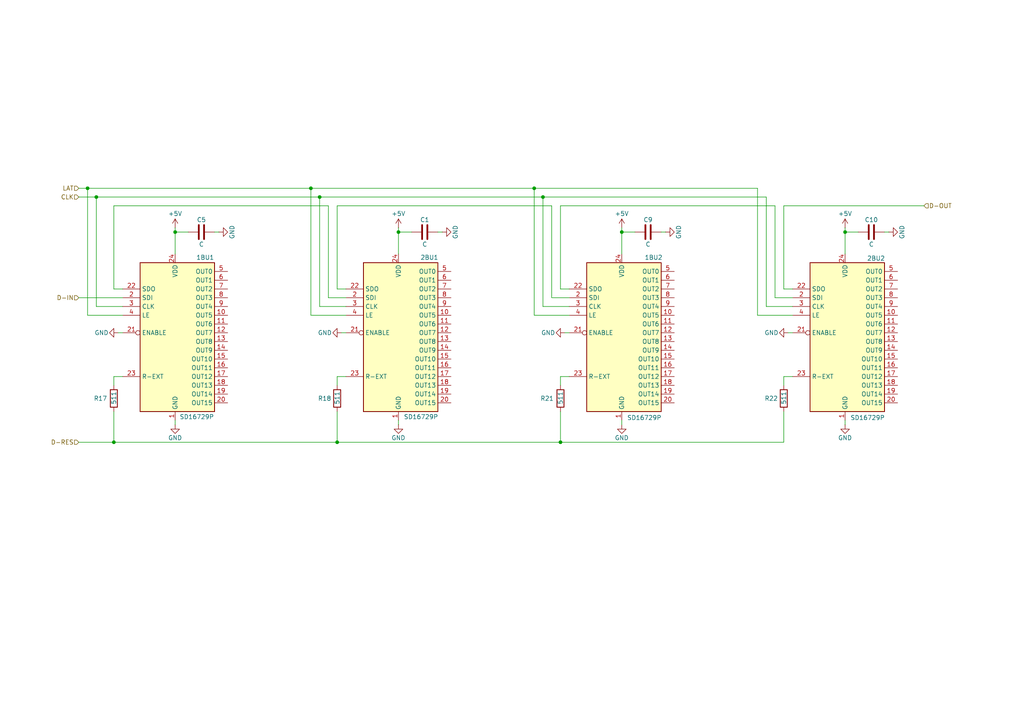
<source format=kicad_sch>
(kicad_sch
	(version 20231120)
	(generator "eeschema")
	(generator_version "8.0")
	(uuid "457e5081-8656-4fae-9c92-221d8bedcbb0")
	(paper "A4")
	(title_block
		(title "BLUE COLUMN BUFFERS")
		(date "2025-03-24")
		(rev "2009-06-20")
		(comment 1 "SEETOP-PH12-(1/4)4N.PCB")
	)
	(lib_symbols
		(symbol "Device:C"
			(pin_numbers hide)
			(pin_names
				(offset 0.254)
			)
			(exclude_from_sim no)
			(in_bom yes)
			(on_board yes)
			(property "Reference" "C"
				(at 0.635 2.54 0)
				(effects
					(font
						(size 1.27 1.27)
					)
					(justify left)
				)
			)
			(property "Value" "C"
				(at 0.635 -2.54 0)
				(effects
					(font
						(size 1.27 1.27)
					)
					(justify left)
				)
			)
			(property "Footprint" ""
				(at 0.9652 -3.81 0)
				(effects
					(font
						(size 1.27 1.27)
					)
					(hide yes)
				)
			)
			(property "Datasheet" "~"
				(at 0 0 0)
				(effects
					(font
						(size 1.27 1.27)
					)
					(hide yes)
				)
			)
			(property "Description" "Unpolarized capacitor"
				(at 0 0 0)
				(effects
					(font
						(size 1.27 1.27)
					)
					(hide yes)
				)
			)
			(property "ki_keywords" "cap capacitor"
				(at 0 0 0)
				(effects
					(font
						(size 1.27 1.27)
					)
					(hide yes)
				)
			)
			(property "ki_fp_filters" "C_*"
				(at 0 0 0)
				(effects
					(font
						(size 1.27 1.27)
					)
					(hide yes)
				)
			)
			(symbol "C_0_1"
				(polyline
					(pts
						(xy -2.032 -0.762) (xy 2.032 -0.762)
					)
					(stroke
						(width 0.508)
						(type default)
					)
					(fill
						(type none)
					)
				)
				(polyline
					(pts
						(xy -2.032 0.762) (xy 2.032 0.762)
					)
					(stroke
						(width 0.508)
						(type default)
					)
					(fill
						(type none)
					)
				)
			)
			(symbol "C_1_1"
				(pin passive line
					(at 0 3.81 270)
					(length 2.794)
					(name "~"
						(effects
							(font
								(size 1.27 1.27)
							)
						)
					)
					(number "1"
						(effects
							(font
								(size 1.27 1.27)
							)
						)
					)
				)
				(pin passive line
					(at 0 -3.81 90)
					(length 2.794)
					(name "~"
						(effects
							(font
								(size 1.27 1.27)
							)
						)
					)
					(number "2"
						(effects
							(font
								(size 1.27 1.27)
							)
						)
					)
				)
			)
		)
		(symbol "Device:R"
			(pin_numbers hide)
			(pin_names
				(offset 0)
			)
			(exclude_from_sim no)
			(in_bom yes)
			(on_board yes)
			(property "Reference" "R"
				(at 2.032 0 90)
				(effects
					(font
						(size 1.27 1.27)
					)
				)
			)
			(property "Value" "R"
				(at 0 0 90)
				(effects
					(font
						(size 1.27 1.27)
					)
				)
			)
			(property "Footprint" ""
				(at -1.778 0 90)
				(effects
					(font
						(size 1.27 1.27)
					)
					(hide yes)
				)
			)
			(property "Datasheet" "~"
				(at 0 0 0)
				(effects
					(font
						(size 1.27 1.27)
					)
					(hide yes)
				)
			)
			(property "Description" "Resistor"
				(at 0 0 0)
				(effects
					(font
						(size 1.27 1.27)
					)
					(hide yes)
				)
			)
			(property "ki_keywords" "R res resistor"
				(at 0 0 0)
				(effects
					(font
						(size 1.27 1.27)
					)
					(hide yes)
				)
			)
			(property "ki_fp_filters" "R_*"
				(at 0 0 0)
				(effects
					(font
						(size 1.27 1.27)
					)
					(hide yes)
				)
			)
			(symbol "R_0_1"
				(rectangle
					(start -1.016 -2.54)
					(end 1.016 2.54)
					(stroke
						(width 0.254)
						(type default)
					)
					(fill
						(type none)
					)
				)
			)
			(symbol "R_1_1"
				(pin passive line
					(at 0 3.81 270)
					(length 1.27)
					(name "~"
						(effects
							(font
								(size 1.27 1.27)
							)
						)
					)
					(number "1"
						(effects
							(font
								(size 1.27 1.27)
							)
						)
					)
				)
				(pin passive line
					(at 0 -3.81 90)
					(length 1.27)
					(name "~"
						(effects
							(font
								(size 1.27 1.27)
							)
						)
					)
					(number "2"
						(effects
							(font
								(size 1.27 1.27)
							)
						)
					)
				)
			)
		)
		(symbol "power:+5V"
			(power)
			(pin_numbers hide)
			(pin_names
				(offset 0) hide)
			(exclude_from_sim no)
			(in_bom yes)
			(on_board yes)
			(property "Reference" "#PWR"
				(at 0 -3.81 0)
				(effects
					(font
						(size 1.27 1.27)
					)
					(hide yes)
				)
			)
			(property "Value" "+5V"
				(at 0 3.556 0)
				(effects
					(font
						(size 1.27 1.27)
					)
				)
			)
			(property "Footprint" ""
				(at 0 0 0)
				(effects
					(font
						(size 1.27 1.27)
					)
					(hide yes)
				)
			)
			(property "Datasheet" ""
				(at 0 0 0)
				(effects
					(font
						(size 1.27 1.27)
					)
					(hide yes)
				)
			)
			(property "Description" "Power symbol creates a global label with name \"+5V\""
				(at 0 0 0)
				(effects
					(font
						(size 1.27 1.27)
					)
					(hide yes)
				)
			)
			(property "ki_keywords" "global power"
				(at 0 0 0)
				(effects
					(font
						(size 1.27 1.27)
					)
					(hide yes)
				)
			)
			(symbol "+5V_0_1"
				(polyline
					(pts
						(xy -0.762 1.27) (xy 0 2.54)
					)
					(stroke
						(width 0)
						(type default)
					)
					(fill
						(type none)
					)
				)
				(polyline
					(pts
						(xy 0 0) (xy 0 2.54)
					)
					(stroke
						(width 0)
						(type default)
					)
					(fill
						(type none)
					)
				)
				(polyline
					(pts
						(xy 0 2.54) (xy 0.762 1.27)
					)
					(stroke
						(width 0)
						(type default)
					)
					(fill
						(type none)
					)
				)
			)
			(symbol "+5V_1_1"
				(pin power_in line
					(at 0 0 90)
					(length 0)
					(name "~"
						(effects
							(font
								(size 1.27 1.27)
							)
						)
					)
					(number "1"
						(effects
							(font
								(size 1.27 1.27)
							)
						)
					)
				)
			)
		)
		(symbol "power:GND"
			(power)
			(pin_numbers hide)
			(pin_names
				(offset 0) hide)
			(exclude_from_sim no)
			(in_bom yes)
			(on_board yes)
			(property "Reference" "#PWR"
				(at 0 -6.35 0)
				(effects
					(font
						(size 1.27 1.27)
					)
					(hide yes)
				)
			)
			(property "Value" "GND"
				(at 0 -3.81 0)
				(effects
					(font
						(size 1.27 1.27)
					)
				)
			)
			(property "Footprint" ""
				(at 0 0 0)
				(effects
					(font
						(size 1.27 1.27)
					)
					(hide yes)
				)
			)
			(property "Datasheet" ""
				(at 0 0 0)
				(effects
					(font
						(size 1.27 1.27)
					)
					(hide yes)
				)
			)
			(property "Description" "Power symbol creates a global label with name \"GND\" , ground"
				(at 0 0 0)
				(effects
					(font
						(size 1.27 1.27)
					)
					(hide yes)
				)
			)
			(property "ki_keywords" "global power"
				(at 0 0 0)
				(effects
					(font
						(size 1.27 1.27)
					)
					(hide yes)
				)
			)
			(symbol "GND_0_1"
				(polyline
					(pts
						(xy 0 0) (xy 0 -1.27) (xy 1.27 -1.27) (xy 0 -2.54) (xy -1.27 -1.27) (xy 0 -1.27)
					)
					(stroke
						(width 0)
						(type default)
					)
					(fill
						(type none)
					)
				)
			)
			(symbol "GND_1_1"
				(pin power_in line
					(at 0 0 270)
					(length 0)
					(name "~"
						(effects
							(font
								(size 1.27 1.27)
							)
						)
					)
					(number "1"
						(effects
							(font
								(size 1.27 1.27)
							)
						)
					)
				)
			)
		)
		(symbol "private:SD16729P"
			(exclude_from_sim no)
			(in_bom yes)
			(on_board yes)
			(property "Reference" "U1"
				(at 7.874 21.59 0)
				(effects
					(font
						(size 1.27 1.27)
					)
					(justify left)
				)
			)
			(property "Value" "SD16729P"
				(at 1.778 -24.384 0)
				(effects
					(font
						(size 1.27 1.27)
					)
					(justify left)
				)
			)
			(property "Footprint" "Package_SO:QSOP-24_3.9x8.7mm_P0.635mm"
				(at 0.635 -24.765 0)
				(effects
					(font
						(size 1.27 1.27)
					)
					(justify left)
					(hide yes)
				)
			)
			(property "Datasheet" ""
				(at -10.16 17.78 0)
				(effects
					(font
						(size 1.27 1.27)
					)
					(hide yes)
				)
			)
			(property "Description" "16-channel LED driver with error detection, current gain control and 12/16 bit PWM brightness control, QSOP-24"
				(at -0.254 -3.556 0)
				(effects
					(font
						(size 1.27 1.27)
					)
					(hide yes)
				)
			)
			(property "ki_keywords" "PWM LED driver error detection brightness QSOP-24"
				(at 0 0 0)
				(effects
					(font
						(size 1.27 1.27)
					)
					(hide yes)
				)
			)
			(property "ki_fp_filters" "QSOP*3.9x8.7mm*P0.635mm*"
				(at 0 0 0)
				(effects
					(font
						(size 1.27 1.27)
					)
					(hide yes)
				)
			)
			(symbol "SD16729P_0_1"
				(rectangle
					(start -10.16 20.32)
					(end 11.43 -22.86)
					(stroke
						(width 0.254)
						(type default)
					)
					(fill
						(type background)
					)
				)
			)
			(symbol "SD16729P_1_1"
				(pin power_in line
					(at 0 -25.4 90)
					(length 2.54)
					(name "GND"
						(effects
							(font
								(size 1.27 1.27)
							)
						)
					)
					(number "1"
						(effects
							(font
								(size 1.27 1.27)
							)
						)
					)
				)
				(pin output line
					(at 15.24 5.08 180)
					(length 3.81)
					(name "OUT5"
						(effects
							(font
								(size 1.27 1.27)
							)
						)
					)
					(number "10"
						(effects
							(font
								(size 1.27 1.27)
							)
						)
					)
				)
				(pin output line
					(at 15.24 2.54 180)
					(length 3.81)
					(name "OUT6"
						(effects
							(font
								(size 1.27 1.27)
							)
						)
					)
					(number "11"
						(effects
							(font
								(size 1.27 1.27)
							)
						)
					)
				)
				(pin output line
					(at 15.24 0 180)
					(length 3.81)
					(name "OUT7"
						(effects
							(font
								(size 1.27 1.27)
							)
						)
					)
					(number "12"
						(effects
							(font
								(size 1.27 1.27)
							)
						)
					)
				)
				(pin output line
					(at 15.24 -2.54 180)
					(length 3.81)
					(name "OUT8"
						(effects
							(font
								(size 1.27 1.27)
							)
						)
					)
					(number "13"
						(effects
							(font
								(size 1.27 1.27)
							)
						)
					)
				)
				(pin output line
					(at 15.24 -5.08 180)
					(length 3.81)
					(name "OUT9"
						(effects
							(font
								(size 1.27 1.27)
							)
						)
					)
					(number "14"
						(effects
							(font
								(size 1.27 1.27)
							)
						)
					)
				)
				(pin output line
					(at 15.24 -7.62 180)
					(length 3.81)
					(name "OUT10"
						(effects
							(font
								(size 1.27 1.27)
							)
						)
					)
					(number "15"
						(effects
							(font
								(size 1.27 1.27)
							)
						)
					)
				)
				(pin output line
					(at 15.24 -10.16 180)
					(length 3.81)
					(name "OUT11"
						(effects
							(font
								(size 1.27 1.27)
							)
						)
					)
					(number "16"
						(effects
							(font
								(size 1.27 1.27)
							)
						)
					)
				)
				(pin output line
					(at 15.24 -12.7 180)
					(length 3.81)
					(name "OUT12"
						(effects
							(font
								(size 1.27 1.27)
							)
						)
					)
					(number "17"
						(effects
							(font
								(size 1.27 1.27)
							)
						)
					)
				)
				(pin output line
					(at 15.24 -15.24 180)
					(length 3.81)
					(name "OUT13"
						(effects
							(font
								(size 1.27 1.27)
							)
						)
					)
					(number "18"
						(effects
							(font
								(size 1.27 1.27)
							)
						)
					)
				)
				(pin output line
					(at 15.24 -17.78 180)
					(length 3.81)
					(name "OUT14"
						(effects
							(font
								(size 1.27 1.27)
							)
						)
					)
					(number "19"
						(effects
							(font
								(size 1.27 1.27)
							)
						)
					)
				)
				(pin input line
					(at -15.24 10.16 0)
					(length 5.08)
					(name "SDI"
						(effects
							(font
								(size 1.27 1.27)
							)
						)
					)
					(number "2"
						(effects
							(font
								(size 1.27 1.27)
							)
						)
					)
				)
				(pin output line
					(at 15.24 -20.32 180)
					(length 3.81)
					(name "OUT15"
						(effects
							(font
								(size 1.27 1.27)
							)
						)
					)
					(number "20"
						(effects
							(font
								(size 1.27 1.27)
							)
						)
					)
				)
				(pin input inverted
					(at -15.24 0 0)
					(length 5.08)
					(name "ENABLE"
						(effects
							(font
								(size 1.27 1.27)
							)
						)
					)
					(number "21"
						(effects
							(font
								(size 1.27 1.27)
							)
						)
					)
				)
				(pin output line
					(at -15.24 12.7 0)
					(length 5.08)
					(name "SDO"
						(effects
							(font
								(size 1.27 1.27)
							)
						)
					)
					(number "22"
						(effects
							(font
								(size 1.27 1.27)
							)
						)
					)
				)
				(pin passive line
					(at -15.24 -12.7 0)
					(length 5.08)
					(name "R-EXT"
						(effects
							(font
								(size 1.27 1.27)
							)
						)
					)
					(number "23"
						(effects
							(font
								(size 1.27 1.27)
							)
						)
					)
				)
				(pin power_in line
					(at 0 22.86 270)
					(length 2.54)
					(name "VDD"
						(effects
							(font
								(size 1.27 1.27)
							)
						)
					)
					(number "24"
						(effects
							(font
								(size 1.27 1.27)
							)
						)
					)
				)
				(pin input line
					(at -15.24 7.62 0)
					(length 5.08)
					(name "CLK"
						(effects
							(font
								(size 1.27 1.27)
							)
						)
					)
					(number "3"
						(effects
							(font
								(size 1.27 1.27)
							)
						)
					)
				)
				(pin input line
					(at -15.24 5.08 0)
					(length 5.08)
					(name "LE"
						(effects
							(font
								(size 1.27 1.27)
							)
						)
					)
					(number "4"
						(effects
							(font
								(size 1.27 1.27)
							)
						)
					)
				)
				(pin output line
					(at 15.24 17.78 180)
					(length 3.81)
					(name "OUT0"
						(effects
							(font
								(size 1.27 1.27)
							)
						)
					)
					(number "5"
						(effects
							(font
								(size 1.27 1.27)
							)
						)
					)
				)
				(pin output line
					(at 15.24 15.24 180)
					(length 3.81)
					(name "OUT1"
						(effects
							(font
								(size 1.27 1.27)
							)
						)
					)
					(number "6"
						(effects
							(font
								(size 1.27 1.27)
							)
						)
					)
				)
				(pin output line
					(at 15.24 12.7 180)
					(length 3.81)
					(name "OUT2"
						(effects
							(font
								(size 1.27 1.27)
							)
						)
					)
					(number "7"
						(effects
							(font
								(size 1.27 1.27)
							)
						)
					)
				)
				(pin output line
					(at 15.24 10.16 180)
					(length 3.81)
					(name "OUT3"
						(effects
							(font
								(size 1.27 1.27)
							)
						)
					)
					(number "8"
						(effects
							(font
								(size 1.27 1.27)
							)
						)
					)
				)
				(pin output line
					(at 15.24 7.62 180)
					(length 3.81)
					(name "OUT4"
						(effects
							(font
								(size 1.27 1.27)
							)
						)
					)
					(number "9"
						(effects
							(font
								(size 1.27 1.27)
							)
						)
					)
				)
			)
		)
	)
	(junction
		(at 162.56 128.27)
		(diameter 0)
		(color 0 0 0 0)
		(uuid "01c456f3-47e9-4ea4-84be-06a4a6095d8c")
	)
	(junction
		(at 97.79 128.27)
		(diameter 0)
		(color 0 0 0 0)
		(uuid "45be33dd-61b4-4141-b154-a4f55e7c1ee9")
	)
	(junction
		(at 25.4 54.61)
		(diameter 0)
		(color 0 0 0 0)
		(uuid "532239ee-012b-4c1d-a530-0b33feaec582")
	)
	(junction
		(at 157.48 57.15)
		(diameter 0)
		(color 0 0 0 0)
		(uuid "5df89d42-62bc-4c0c-844b-2a32922a6b25")
	)
	(junction
		(at 90.17 54.61)
		(diameter 0)
		(color 0 0 0 0)
		(uuid "689d6d3c-41c9-449e-a8f2-6b1a175e13ac")
	)
	(junction
		(at 33.02 128.27)
		(diameter 0)
		(color 0 0 0 0)
		(uuid "81bed604-ec81-4339-87c6-aefd56047458")
	)
	(junction
		(at 92.71 57.15)
		(diameter 0)
		(color 0 0 0 0)
		(uuid "a5d4384c-9e3e-4843-8483-7bb776a4a48e")
	)
	(junction
		(at 115.57 67.31)
		(diameter 0)
		(color 0 0 0 0)
		(uuid "c144aa10-b1f7-45ab-9fc6-25440ab60673")
	)
	(junction
		(at 180.34 67.31)
		(diameter 0)
		(color 0 0 0 0)
		(uuid "c5041acd-9f69-48eb-bcee-76433fb96acf")
	)
	(junction
		(at 50.8 67.31)
		(diameter 0)
		(color 0 0 0 0)
		(uuid "c9ea1fed-59b3-45db-be1a-86b425a2f9d0")
	)
	(junction
		(at 154.94 54.61)
		(diameter 0)
		(color 0 0 0 0)
		(uuid "ccb97d6c-2715-4724-8a9a-fdfab6ced0d5")
	)
	(junction
		(at 245.11 67.31)
		(diameter 0)
		(color 0 0 0 0)
		(uuid "e79976d9-29d4-4a81-b4d0-105f55320031")
	)
	(junction
		(at 27.94 57.15)
		(diameter 0)
		(color 0 0 0 0)
		(uuid "fb1702c9-8104-4180-9d92-4f32c1ff46e6")
	)
	(wire
		(pts
			(xy 100.33 109.22) (xy 97.79 109.22)
		)
		(stroke
			(width 0)
			(type default)
		)
		(uuid "0067b01e-0128-445b-a5b4-8dff38798fa4")
	)
	(wire
		(pts
			(xy 62.23 67.31) (xy 63.5 67.31)
		)
		(stroke
			(width 0)
			(type default)
		)
		(uuid "01d9b3ce-af2d-4cf1-b075-81fc6d39e23c")
	)
	(wire
		(pts
			(xy 180.34 67.31) (xy 180.34 73.66)
		)
		(stroke
			(width 0)
			(type default)
		)
		(uuid "02e4a14d-2945-4f33-bf2c-b926d2e9a6d0")
	)
	(wire
		(pts
			(xy 245.11 67.31) (xy 248.92 67.31)
		)
		(stroke
			(width 0)
			(type default)
		)
		(uuid "04c2278f-3ae3-490a-95eb-9c741f853bc7")
	)
	(wire
		(pts
			(xy 227.33 109.22) (xy 227.33 111.76)
		)
		(stroke
			(width 0)
			(type default)
		)
		(uuid "0681e8f3-d16d-4a64-a33a-b319079ead96")
	)
	(wire
		(pts
			(xy 22.86 128.27) (xy 33.02 128.27)
		)
		(stroke
			(width 0)
			(type default)
		)
		(uuid "09de5e43-2324-4235-97c0-7fd38a900d55")
	)
	(wire
		(pts
			(xy 160.02 86.36) (xy 160.02 59.69)
		)
		(stroke
			(width 0)
			(type default)
		)
		(uuid "0be0430a-b514-4bcb-b928-0fe55e280da2")
	)
	(wire
		(pts
			(xy 27.94 57.15) (xy 92.71 57.15)
		)
		(stroke
			(width 0)
			(type default)
		)
		(uuid "0e932504-e456-4498-a80d-de6edf9b9abc")
	)
	(wire
		(pts
			(xy 50.8 67.31) (xy 50.8 73.66)
		)
		(stroke
			(width 0)
			(type default)
		)
		(uuid "0ef5155a-eb0d-48fe-8324-dfa63dd37d4f")
	)
	(wire
		(pts
			(xy 92.71 57.15) (xy 92.71 88.9)
		)
		(stroke
			(width 0)
			(type default)
		)
		(uuid "1007f768-b8f2-4fbc-a492-bf25b0c0dddf")
	)
	(wire
		(pts
			(xy 224.79 59.69) (xy 162.56 59.69)
		)
		(stroke
			(width 0)
			(type default)
		)
		(uuid "10152ac8-067f-4adc-82c8-e243ffea9454")
	)
	(wire
		(pts
			(xy 115.57 121.92) (xy 115.57 123.19)
		)
		(stroke
			(width 0)
			(type default)
		)
		(uuid "13324b24-10d3-4b58-95a0-46d0dcee4418")
	)
	(wire
		(pts
			(xy 33.02 59.69) (xy 33.02 83.82)
		)
		(stroke
			(width 0)
			(type default)
		)
		(uuid "1af1f8ab-bb35-477b-86e9-45bf5855aa44")
	)
	(wire
		(pts
			(xy 50.8 67.31) (xy 54.61 67.31)
		)
		(stroke
			(width 0)
			(type default)
		)
		(uuid "1b0f44c3-5cf2-4a43-b8a1-3c17f9ebcc9a")
	)
	(wire
		(pts
			(xy 35.56 109.22) (xy 33.02 109.22)
		)
		(stroke
			(width 0)
			(type default)
		)
		(uuid "1e818e78-8d36-463a-aa24-a724a903c890")
	)
	(wire
		(pts
			(xy 162.56 109.22) (xy 162.56 111.76)
		)
		(stroke
			(width 0)
			(type default)
		)
		(uuid "1fff6286-c489-46e1-8450-38218fc65690")
	)
	(wire
		(pts
			(xy 92.71 88.9) (xy 100.33 88.9)
		)
		(stroke
			(width 0)
			(type default)
		)
		(uuid "21eeaa91-52a0-4cef-9ee8-2c206af1dffa")
	)
	(wire
		(pts
			(xy 100.33 91.44) (xy 90.17 91.44)
		)
		(stroke
			(width 0)
			(type default)
		)
		(uuid "227475d0-d892-4c8f-b09c-1b3f6070f913")
	)
	(wire
		(pts
			(xy 162.56 119.38) (xy 162.56 128.27)
		)
		(stroke
			(width 0)
			(type default)
		)
		(uuid "385cf671-e5d3-45d9-90e9-83c441168e0e")
	)
	(wire
		(pts
			(xy 33.02 83.82) (xy 35.56 83.82)
		)
		(stroke
			(width 0)
			(type default)
		)
		(uuid "3d287724-4af2-4a32-9f10-2af443e82974")
	)
	(wire
		(pts
			(xy 127 67.31) (xy 128.27 67.31)
		)
		(stroke
			(width 0)
			(type default)
		)
		(uuid "4147f81e-0004-4e80-aee1-4098e21cc021")
	)
	(wire
		(pts
			(xy 115.57 67.31) (xy 119.38 67.31)
		)
		(stroke
			(width 0)
			(type default)
		)
		(uuid "457df145-9198-42c3-8e63-c9eead111847")
	)
	(wire
		(pts
			(xy 97.79 83.82) (xy 100.33 83.82)
		)
		(stroke
			(width 0)
			(type default)
		)
		(uuid "47d465c9-d455-4ed0-a936-0db8da21d52f")
	)
	(wire
		(pts
			(xy 228.6 96.52) (xy 229.87 96.52)
		)
		(stroke
			(width 0)
			(type default)
		)
		(uuid "48a464aa-5835-4e46-b765-398279840db9")
	)
	(wire
		(pts
			(xy 33.02 109.22) (xy 33.02 111.76)
		)
		(stroke
			(width 0)
			(type default)
		)
		(uuid "4e5f0dba-4f39-4c75-b177-774ce055d41c")
	)
	(wire
		(pts
			(xy 227.33 83.82) (xy 227.33 59.69)
		)
		(stroke
			(width 0)
			(type default)
		)
		(uuid "4ebb5e2a-bfa4-450c-85c4-a276896ed37d")
	)
	(wire
		(pts
			(xy 22.86 86.36) (xy 35.56 86.36)
		)
		(stroke
			(width 0)
			(type default)
		)
		(uuid "5639c865-06d0-417d-a127-5a6e725e9fb3")
	)
	(wire
		(pts
			(xy 154.94 54.61) (xy 219.71 54.61)
		)
		(stroke
			(width 0)
			(type default)
		)
		(uuid "59703b7a-1fd0-431e-86bf-115f6a323d28")
	)
	(wire
		(pts
			(xy 22.86 54.61) (xy 25.4 54.61)
		)
		(stroke
			(width 0)
			(type default)
		)
		(uuid "5bf92305-06c0-4b6a-976d-171e960fc54d")
	)
	(wire
		(pts
			(xy 97.79 109.22) (xy 97.79 111.76)
		)
		(stroke
			(width 0)
			(type default)
		)
		(uuid "5e2fb21c-5f60-4f7a-b1f7-e0d94f6eeb1f")
	)
	(wire
		(pts
			(xy 99.06 96.52) (xy 100.33 96.52)
		)
		(stroke
			(width 0)
			(type default)
		)
		(uuid "5ebf4587-877a-4154-90a5-8e87cafd0761")
	)
	(wire
		(pts
			(xy 180.34 67.31) (xy 184.15 67.31)
		)
		(stroke
			(width 0)
			(type default)
		)
		(uuid "60b9c713-75dc-4650-9402-5e9142d06993")
	)
	(wire
		(pts
			(xy 90.17 54.61) (xy 90.17 91.44)
		)
		(stroke
			(width 0)
			(type default)
		)
		(uuid "67a25bd9-2bb3-4d90-83ae-2bfc475197c0")
	)
	(wire
		(pts
			(xy 163.83 96.52) (xy 165.1 96.52)
		)
		(stroke
			(width 0)
			(type default)
		)
		(uuid "6f819a64-ed10-4666-8c44-0e39717329e7")
	)
	(wire
		(pts
			(xy 162.56 83.82) (xy 165.1 83.82)
		)
		(stroke
			(width 0)
			(type default)
		)
		(uuid "71a1c44c-f9fe-4a62-bb53-e30c831342be")
	)
	(wire
		(pts
			(xy 219.71 54.61) (xy 219.71 91.44)
		)
		(stroke
			(width 0)
			(type default)
		)
		(uuid "74b356d9-8145-4c70-a5eb-4a3ea0b5e6a1")
	)
	(wire
		(pts
			(xy 219.71 91.44) (xy 229.87 91.44)
		)
		(stroke
			(width 0)
			(type default)
		)
		(uuid "79b5402c-9c68-4d9c-b6b4-db0f7f217539")
	)
	(wire
		(pts
			(xy 92.71 57.15) (xy 157.48 57.15)
		)
		(stroke
			(width 0)
			(type default)
		)
		(uuid "814099be-1089-48ab-8da1-258b4a71347e")
	)
	(wire
		(pts
			(xy 35.56 88.9) (xy 27.94 88.9)
		)
		(stroke
			(width 0)
			(type default)
		)
		(uuid "820a594c-dc89-463d-92b7-6bdb8613ef47")
	)
	(wire
		(pts
			(xy 227.33 59.69) (xy 267.97 59.69)
		)
		(stroke
			(width 0)
			(type default)
		)
		(uuid "86f511f7-4538-4a8f-b585-805bd6ffcd92")
	)
	(wire
		(pts
			(xy 160.02 59.69) (xy 97.79 59.69)
		)
		(stroke
			(width 0)
			(type default)
		)
		(uuid "8895e666-4b17-473d-87b3-309ce7634f90")
	)
	(wire
		(pts
			(xy 180.34 66.04) (xy 180.34 67.31)
		)
		(stroke
			(width 0)
			(type default)
		)
		(uuid "8985ad8d-bbd8-4156-a559-ca9fdeae5ebf")
	)
	(wire
		(pts
			(xy 35.56 91.44) (xy 25.4 91.44)
		)
		(stroke
			(width 0)
			(type default)
		)
		(uuid "8c842ca8-0edf-427e-8856-2b7d63fc147f")
	)
	(wire
		(pts
			(xy 165.1 109.22) (xy 162.56 109.22)
		)
		(stroke
			(width 0)
			(type default)
		)
		(uuid "8d81f703-c7a6-4640-a254-35cdd56f5adf")
	)
	(wire
		(pts
			(xy 222.25 88.9) (xy 229.87 88.9)
		)
		(stroke
			(width 0)
			(type default)
		)
		(uuid "8e99fef6-03e0-4018-a186-eba867b91111")
	)
	(wire
		(pts
			(xy 157.48 57.15) (xy 222.25 57.15)
		)
		(stroke
			(width 0)
			(type default)
		)
		(uuid "8ffb092c-50d1-4ef6-95f4-60c5309fe9ff")
	)
	(wire
		(pts
			(xy 229.87 83.82) (xy 227.33 83.82)
		)
		(stroke
			(width 0)
			(type default)
		)
		(uuid "9500751d-badc-48f0-a6e0-a9c6f7d0c95f")
	)
	(wire
		(pts
			(xy 100.33 86.36) (xy 95.25 86.36)
		)
		(stroke
			(width 0)
			(type default)
		)
		(uuid "9ba077e1-0eb1-40ff-b648-3823f8624426")
	)
	(wire
		(pts
			(xy 33.02 128.27) (xy 97.79 128.27)
		)
		(stroke
			(width 0)
			(type default)
		)
		(uuid "a19f65c9-b180-4a72-8777-d33b2fcc1c65")
	)
	(wire
		(pts
			(xy 25.4 54.61) (xy 25.4 91.44)
		)
		(stroke
			(width 0)
			(type default)
		)
		(uuid "a2760ec4-3ed5-46fe-993c-1b4ca4a094aa")
	)
	(wire
		(pts
			(xy 162.56 128.27) (xy 227.33 128.27)
		)
		(stroke
			(width 0)
			(type default)
		)
		(uuid "a60b0587-ba72-46c4-80ce-b7ce2f6e39c6")
	)
	(wire
		(pts
			(xy 180.34 121.92) (xy 180.34 123.19)
		)
		(stroke
			(width 0)
			(type default)
		)
		(uuid "a76c6ed3-fcb9-43a4-8d76-2359751ac627")
	)
	(wire
		(pts
			(xy 25.4 54.61) (xy 90.17 54.61)
		)
		(stroke
			(width 0)
			(type default)
		)
		(uuid "ab31ee04-8391-4d65-8974-86db56447af9")
	)
	(wire
		(pts
			(xy 224.79 86.36) (xy 224.79 59.69)
		)
		(stroke
			(width 0)
			(type default)
		)
		(uuid "ac7a2c1a-589c-459b-b383-1326068a96e9")
	)
	(wire
		(pts
			(xy 90.17 54.61) (xy 154.94 54.61)
		)
		(stroke
			(width 0)
			(type default)
		)
		(uuid "b21f784b-e514-45f1-a192-5a62015b43e6")
	)
	(wire
		(pts
			(xy 229.87 86.36) (xy 224.79 86.36)
		)
		(stroke
			(width 0)
			(type default)
		)
		(uuid "b3e5c416-a135-4a34-8f7c-5a66d59228a0")
	)
	(wire
		(pts
			(xy 154.94 54.61) (xy 154.94 91.44)
		)
		(stroke
			(width 0)
			(type default)
		)
		(uuid "b5419b2a-1cdc-40c4-bbf0-b7ee5bc6287f")
	)
	(wire
		(pts
			(xy 97.79 128.27) (xy 162.56 128.27)
		)
		(stroke
			(width 0)
			(type default)
		)
		(uuid "b60f15ca-bbc2-4025-993f-98312b194b3d")
	)
	(wire
		(pts
			(xy 33.02 119.38) (xy 33.02 128.27)
		)
		(stroke
			(width 0)
			(type default)
		)
		(uuid "bae7f480-df3c-4b69-9a45-c83f6d2f43f6")
	)
	(wire
		(pts
			(xy 165.1 86.36) (xy 160.02 86.36)
		)
		(stroke
			(width 0)
			(type default)
		)
		(uuid "bc53abc2-65b0-491b-b5fb-5976f7fbe553")
	)
	(wire
		(pts
			(xy 115.57 66.04) (xy 115.57 67.31)
		)
		(stroke
			(width 0)
			(type default)
		)
		(uuid "bca4c393-235f-4b72-aed4-03258bfdbe23")
	)
	(wire
		(pts
			(xy 27.94 57.15) (xy 27.94 88.9)
		)
		(stroke
			(width 0)
			(type default)
		)
		(uuid "be5a938e-a35b-4866-843e-12c7eb3b66bd")
	)
	(wire
		(pts
			(xy 34.29 96.52) (xy 35.56 96.52)
		)
		(stroke
			(width 0)
			(type default)
		)
		(uuid "be97e416-d7f5-4ec3-b227-e3d4bfab7e3a")
	)
	(wire
		(pts
			(xy 191.77 67.31) (xy 193.04 67.31)
		)
		(stroke
			(width 0)
			(type default)
		)
		(uuid "c0b869da-eeec-4452-8d0f-7c8954da8128")
	)
	(wire
		(pts
			(xy 115.57 67.31) (xy 115.57 73.66)
		)
		(stroke
			(width 0)
			(type default)
		)
		(uuid "c3e9e697-086a-44f3-9951-491ac239258e")
	)
	(wire
		(pts
			(xy 50.8 66.04) (xy 50.8 67.31)
		)
		(stroke
			(width 0)
			(type default)
		)
		(uuid "c6a24f4b-c440-41a2-8b3e-728756e8a00c")
	)
	(wire
		(pts
			(xy 245.11 66.04) (xy 245.11 67.31)
		)
		(stroke
			(width 0)
			(type default)
		)
		(uuid "c710bffa-58f7-461b-b7c5-6b603cf1ffc2")
	)
	(wire
		(pts
			(xy 95.25 86.36) (xy 95.25 59.69)
		)
		(stroke
			(width 0)
			(type default)
		)
		(uuid "ccb9da6b-314c-4274-9e87-8c22e70c7261")
	)
	(wire
		(pts
			(xy 245.11 121.92) (xy 245.11 123.19)
		)
		(stroke
			(width 0)
			(type default)
		)
		(uuid "cda4a030-6c48-4cac-8812-09d371942a40")
	)
	(wire
		(pts
			(xy 22.86 57.15) (xy 27.94 57.15)
		)
		(stroke
			(width 0)
			(type default)
		)
		(uuid "d2b93d77-5050-4e9b-8ecd-3b1fbab35033")
	)
	(wire
		(pts
			(xy 97.79 119.38) (xy 97.79 128.27)
		)
		(stroke
			(width 0)
			(type default)
		)
		(uuid "d3f92099-6a3a-45fd-9ec4-2b8d0188a3b0")
	)
	(wire
		(pts
			(xy 97.79 59.69) (xy 97.79 83.82)
		)
		(stroke
			(width 0)
			(type default)
		)
		(uuid "db7dcf24-e058-4436-9fda-ca7498509f01")
	)
	(wire
		(pts
			(xy 229.87 109.22) (xy 227.33 109.22)
		)
		(stroke
			(width 0)
			(type default)
		)
		(uuid "dd4a55c1-c584-491a-b083-4482bf826f82")
	)
	(wire
		(pts
			(xy 245.11 67.31) (xy 245.11 73.66)
		)
		(stroke
			(width 0)
			(type default)
		)
		(uuid "de91586f-7a6f-4815-89c3-f0d6ac125f01")
	)
	(wire
		(pts
			(xy 222.25 57.15) (xy 222.25 88.9)
		)
		(stroke
			(width 0)
			(type default)
		)
		(uuid "dee7dbc9-6bc8-4868-802a-9e8d16f55064")
	)
	(wire
		(pts
			(xy 157.48 57.15) (xy 157.48 88.9)
		)
		(stroke
			(width 0)
			(type default)
		)
		(uuid "e24442d7-3d63-44cb-8a57-693f68420cc1")
	)
	(wire
		(pts
			(xy 165.1 91.44) (xy 154.94 91.44)
		)
		(stroke
			(width 0)
			(type default)
		)
		(uuid "e8da500b-ae23-4b11-99b9-73f7634a3938")
	)
	(wire
		(pts
			(xy 157.48 88.9) (xy 165.1 88.9)
		)
		(stroke
			(width 0)
			(type default)
		)
		(uuid "e8e3e0d7-62d8-4112-b122-7b4456ca8c2e")
	)
	(wire
		(pts
			(xy 227.33 119.38) (xy 227.33 128.27)
		)
		(stroke
			(width 0)
			(type default)
		)
		(uuid "ee339a8e-59a8-4150-83da-315cb70bee81")
	)
	(wire
		(pts
			(xy 95.25 59.69) (xy 33.02 59.69)
		)
		(stroke
			(width 0)
			(type default)
		)
		(uuid "f4b2518b-6e36-4387-9ca1-fda3c389ebf9")
	)
	(wire
		(pts
			(xy 162.56 59.69) (xy 162.56 83.82)
		)
		(stroke
			(width 0)
			(type default)
		)
		(uuid "f82f514e-7bef-4597-bbd0-2d5ec06d3e0b")
	)
	(wire
		(pts
			(xy 50.8 121.92) (xy 50.8 123.19)
		)
		(stroke
			(width 0)
			(type default)
		)
		(uuid "fce967ca-fb9a-41c2-a51e-a7965ec27841")
	)
	(wire
		(pts
			(xy 256.54 67.31) (xy 257.81 67.31)
		)
		(stroke
			(width 0)
			(type default)
		)
		(uuid "fea52d0c-7553-4245-b2ca-c77237ef8be4")
	)
	(hierarchical_label "CLK"
		(shape input)
		(at 22.86 57.15 180)
		(effects
			(font
				(size 1.27 1.27)
			)
			(justify right)
		)
		(uuid "0d8fc58f-05cf-4716-a5c3-c91c766ab4fb")
	)
	(hierarchical_label "LAT"
		(shape input)
		(at 22.86 54.61 180)
		(effects
			(font
				(size 1.27 1.27)
			)
			(justify right)
		)
		(uuid "6e78071d-85cc-42f0-8d10-dffad3159343")
	)
	(hierarchical_label "D-IN"
		(shape input)
		(at 22.86 86.36 180)
		(effects
			(font
				(size 1.27 1.27)
			)
			(justify right)
		)
		(uuid "97675af1-0744-459a-be4c-7be4a4815be8")
	)
	(hierarchical_label "D-RES"
		(shape input)
		(at 22.86 128.27 180)
		(effects
			(font
				(size 1.27 1.27)
			)
			(justify right)
		)
		(uuid "b693c3ab-0c6b-4322-8dbb-b8bfa574f106")
	)
	(hierarchical_label "D-OUT"
		(shape input)
		(at 267.97 59.69 0)
		(effects
			(font
				(size 1.27 1.27)
			)
			(justify left)
		)
		(uuid "e7fcc5bf-d4a4-4526-9e1f-1ec30ae10945")
	)
	(symbol
		(lib_id "private:SD16729P")
		(at 50.8 96.52 0)
		(unit 1)
		(exclude_from_sim no)
		(in_bom yes)
		(on_board yes)
		(dnp no)
		(uuid "043e5299-3251-4c6a-b6bb-6f13b68a88d7")
		(property "Reference" "1BU1"
			(at 56.896 74.676 0)
			(effects
				(font
					(size 1.27 1.27)
				)
				(justify left)
			)
		)
		(property "Value" "SD16729P"
			(at 52.07 120.904 0)
			(effects
				(font
					(size 1.27 1.27)
				)
				(justify left)
			)
		)
		(property "Footprint" "Package_SO:QSOP-24_3.9x8.7mm_P0.635mm"
			(at 51.435 121.285 0)
			(effects
				(font
					(size 1.27 1.27)
				)
				(justify left)
				(hide yes)
			)
		)
		(property "Datasheet" "https://www.st.com/resource/en/datasheet/led1642gw.pdf"
			(at 40.64 78.74 0)
			(effects
				(font
					(size 1.27 1.27)
				)
				(hide yes)
			)
		)
		(property "Description" "16-channel LED driver with error detection, current gain control and 12/16 bit PWM brightness control, QSOP-24"
			(at 50.546 100.076 0)
			(effects
				(font
					(size 1.27 1.27)
				)
				(hide yes)
			)
		)
		(pin "18"
			(uuid "257460f3-b954-411d-abe7-0d55b436ee44")
		)
		(pin "4"
			(uuid "bd4de6c3-b74b-44a1-910a-fb33d8fe9cda")
		)
		(pin "11"
			(uuid "e59a9b30-1b3c-4e90-aad6-33d60e216aad")
		)
		(pin "22"
			(uuid "722f3b54-c115-4c94-a0ee-7e6357f7e1a4")
		)
		(pin "13"
			(uuid "2c5ac768-5231-49f3-82ff-777b03829d82")
		)
		(pin "17"
			(uuid "c2831f88-36ec-4324-a7c2-82d36ea66c45")
		)
		(pin "16"
			(uuid "22d52709-99d4-4661-acb8-37c449eb2ac0")
		)
		(pin "19"
			(uuid "63d89d7d-cdfa-470a-ab84-685c1e1ec8c3")
		)
		(pin "21"
			(uuid "8a579147-2917-4b5c-9aea-3fab0725a7e7")
		)
		(pin "6"
			(uuid "c0c965e1-8971-4407-b9b3-d381908797e7")
		)
		(pin "14"
			(uuid "1a095c17-e2fa-4d9e-a491-4e86d1d28145")
		)
		(pin "7"
			(uuid "b82dde90-c395-4ac2-aabb-9cc2ddc11b32")
		)
		(pin "9"
			(uuid "58ee4261-40f1-4fa6-9c84-84e4301178f7")
		)
		(pin "24"
			(uuid "65818830-31d9-4afb-bef3-4a9500adb7bd")
		)
		(pin "8"
			(uuid "c4a313ce-c768-4d39-a04a-528b0d756a41")
		)
		(pin "15"
			(uuid "570458ca-8a47-45aa-914b-f71c974ccb9c")
		)
		(pin "23"
			(uuid "a69375ac-4be9-4b38-9e74-895750989634")
		)
		(pin "1"
			(uuid "e5366dd7-5a82-45c2-9271-78b6595457b0")
		)
		(pin "2"
			(uuid "dc727a0d-bbc7-43e3-8a41-207a7a2bffd3")
		)
		(pin "12"
			(uuid "e5b19fa7-ad38-4a0d-ac55-547c815eba90")
		)
		(pin "10"
			(uuid "d9195ebf-9c7d-4e03-816e-9738a1c9282c")
		)
		(pin "20"
			(uuid "4346b6bd-a906-4908-8ed1-31bc0d97d0ba")
		)
		(pin "3"
			(uuid "87b78c3b-8db4-47d2-9df9-85ef8bbb1475")
		)
		(pin "5"
			(uuid "a8b939ee-403d-462a-adb9-6d9f82102213")
		)
		(instances
			(project "SEETOP-PH12"
				(path "/68a8ae38-7cbe-4908-bee0-004819ef8599/ede5e4dc-a8d8-4820-b135-f7f06eac1d37"
					(reference "1BU1")
					(unit 1)
				)
			)
		)
	)
	(symbol
		(lib_id "private:SD16729P")
		(at 115.57 96.52 0)
		(unit 1)
		(exclude_from_sim no)
		(in_bom yes)
		(on_board yes)
		(dnp no)
		(uuid "0c528ab1-4068-45cf-ae9a-6652fe02066a")
		(property "Reference" "2BU1"
			(at 121.92 74.676 0)
			(effects
				(font
					(size 1.27 1.27)
				)
				(justify left)
			)
		)
		(property "Value" "SD16729P"
			(at 117.094 120.904 0)
			(effects
				(font
					(size 1.27 1.27)
				)
				(justify left)
			)
		)
		(property "Footprint" "Package_SO:QSOP-24_3.9x8.7mm_P0.635mm"
			(at 116.205 121.285 0)
			(effects
				(font
					(size 1.27 1.27)
				)
				(justify left)
				(hide yes)
			)
		)
		(property "Datasheet" "https://www.st.com/resource/en/datasheet/led1642gw.pdf"
			(at 105.41 78.74 0)
			(effects
				(font
					(size 1.27 1.27)
				)
				(hide yes)
			)
		)
		(property "Description" "16-channel LED driver with error detection, current gain control and 12/16 bit PWM brightness control, QSOP-24"
			(at 115.316 100.076 0)
			(effects
				(font
					(size 1.27 1.27)
				)
				(hide yes)
			)
		)
		(pin "18"
			(uuid "d6aca413-7698-4a34-bb76-24b22b6e8dea")
		)
		(pin "4"
			(uuid "8c72f2f4-46f2-4868-9f86-1c68ee6e9caa")
		)
		(pin "11"
			(uuid "c9c0e99b-8b4e-40bf-864c-06d4ebf30a35")
		)
		(pin "22"
			(uuid "3f2aa3b5-753e-43f8-a6da-1322b5689185")
		)
		(pin "13"
			(uuid "16b6441c-11b4-4f4d-80ec-cabf82a1d063")
		)
		(pin "17"
			(uuid "bd3163ce-f9b5-4c4c-ae5f-a2a828791221")
		)
		(pin "16"
			(uuid "afdf8852-a743-46fa-936a-e28bd0c14c41")
		)
		(pin "19"
			(uuid "63c36df5-0466-43f9-9fe5-704365f2d5b8")
		)
		(pin "21"
			(uuid "1981b72c-fe2e-45ee-87dd-2bad7cdc71b5")
		)
		(pin "6"
			(uuid "0e1d2e60-0f6f-40b0-a77a-10ede84ef884")
		)
		(pin "14"
			(uuid "d26f58f2-11e2-4637-a154-b667910b8892")
		)
		(pin "7"
			(uuid "eff195c1-60e6-4453-935a-772808b2f682")
		)
		(pin "9"
			(uuid "5a05dafb-bb4d-4a50-896c-5a6cab1c04a1")
		)
		(pin "24"
			(uuid "4867e6f3-0a5f-43eb-8b4f-3ed766200ea1")
		)
		(pin "8"
			(uuid "1782b991-fbf0-41fd-809f-f65efe9eb3ef")
		)
		(pin "15"
			(uuid "269bd0e1-f62c-4bcb-9c14-78b1f4db5643")
		)
		(pin "23"
			(uuid "0d8f93a8-beda-4390-8074-9430f3f493cd")
		)
		(pin "1"
			(uuid "da0d3fa0-a5ce-46ca-8efb-d48baca621dc")
		)
		(pin "2"
			(uuid "b2dc58a9-8aa5-41f2-8fe2-54b684c72af9")
		)
		(pin "12"
			(uuid "cba31ea9-0efa-4abc-aa22-27ee470c8f88")
		)
		(pin "10"
			(uuid "d9fb28f1-d4d9-4979-851d-7b5d296e662f")
		)
		(pin "20"
			(uuid "f570bade-711d-4e45-a30e-b8c753c4d4be")
		)
		(pin "3"
			(uuid "cafd3a14-6c07-4566-88b3-c1bb5667e75a")
		)
		(pin "5"
			(uuid "b5ec1715-841b-47df-8376-f4ca7b315e0c")
		)
		(instances
			(project "SEETOP-PH12"
				(path "/68a8ae38-7cbe-4908-bee0-004819ef8599/ede5e4dc-a8d8-4820-b135-f7f06eac1d37"
					(reference "2BU1")
					(unit 1)
				)
			)
		)
	)
	(symbol
		(lib_id "private:SD16729P")
		(at 180.34 96.52 0)
		(unit 1)
		(exclude_from_sim no)
		(in_bom yes)
		(on_board yes)
		(dnp no)
		(uuid "14e1e414-e31c-45da-86a4-5be2b19facad")
		(property "Reference" "1BU2"
			(at 186.944 74.676 0)
			(effects
				(font
					(size 1.27 1.27)
				)
				(justify left)
			)
		)
		(property "Value" "SD16729P"
			(at 181.864 121.158 0)
			(effects
				(font
					(size 1.27 1.27)
				)
				(justify left)
			)
		)
		(property "Footprint" "Package_SO:QSOP-24_3.9x8.7mm_P0.635mm"
			(at 180.975 121.285 0)
			(effects
				(font
					(size 1.27 1.27)
				)
				(justify left)
				(hide yes)
			)
		)
		(property "Datasheet" "https://www.st.com/resource/en/datasheet/led1642gw.pdf"
			(at 170.18 78.74 0)
			(effects
				(font
					(size 1.27 1.27)
				)
				(hide yes)
			)
		)
		(property "Description" "16-channel LED driver with error detection, current gain control and 12/16 bit PWM brightness control, QSOP-24"
			(at 180.086 100.076 0)
			(effects
				(font
					(size 1.27 1.27)
				)
				(hide yes)
			)
		)
		(pin "18"
			(uuid "c4d4c985-e569-4cc7-8229-257b1f02e7d7")
		)
		(pin "4"
			(uuid "01c6b202-7110-488e-93c4-c23e050c5ce2")
		)
		(pin "11"
			(uuid "22fd22d9-76bb-403a-85bb-420b5e89e638")
		)
		(pin "22"
			(uuid "df52c327-bcfd-42bf-abd2-ec6cf7d6b52e")
		)
		(pin "13"
			(uuid "970ba0d4-5582-4a6a-b967-b23bb9164539")
		)
		(pin "17"
			(uuid "d95070b5-6efb-4bdc-987f-fb83256023c7")
		)
		(pin "16"
			(uuid "fbea9474-b3c4-47a2-b945-c752afcbfabf")
		)
		(pin "19"
			(uuid "d9191321-5a85-49f4-9ee6-4884a2d5c106")
		)
		(pin "21"
			(uuid "32f4925c-02df-4d78-bcea-51bc9e0ff489")
		)
		(pin "6"
			(uuid "2cab8163-834d-4fc5-a793-8f14cd4d57be")
		)
		(pin "14"
			(uuid "f2dff25c-ada8-417a-b924-a43c56e9986d")
		)
		(pin "7"
			(uuid "5fec1d1c-8fd9-4b60-a75b-38b0519974e4")
		)
		(pin "9"
			(uuid "26b6dd94-c546-44d9-8d5e-10f1967881c6")
		)
		(pin "24"
			(uuid "37d18a84-cc39-4f13-a7f9-827be363cfaf")
		)
		(pin "8"
			(uuid "4a7a65b5-1fab-4497-83a9-c180b1259c1a")
		)
		(pin "15"
			(uuid "e4d9f19c-23fd-4519-b3eb-993400b2908d")
		)
		(pin "23"
			(uuid "d15a6d85-0f80-40e2-a08f-51825a5e4ac8")
		)
		(pin "1"
			(uuid "f10c07a0-871c-4a54-8f73-beb512d9574b")
		)
		(pin "2"
			(uuid "2e9040c5-659e-4d62-9ce7-fc61c033974d")
		)
		(pin "12"
			(uuid "e4ca1d19-11ac-4c9d-9215-bec984e64b78")
		)
		(pin "10"
			(uuid "960525ed-0dea-4435-976b-8a362e7a278c")
		)
		(pin "20"
			(uuid "93755c52-5ed6-43d5-ba02-fe956e935ea9")
		)
		(pin "3"
			(uuid "c3fd058a-70a5-47fe-96cd-74c2c1470ce4")
		)
		(pin "5"
			(uuid "3e8d6038-3053-4453-a9c8-2e3bd689a0e5")
		)
		(instances
			(project "SEETOP-PH12"
				(path "/68a8ae38-7cbe-4908-bee0-004819ef8599/ede5e4dc-a8d8-4820-b135-f7f06eac1d37"
					(reference "1BU2")
					(unit 1)
				)
			)
		)
	)
	(symbol
		(lib_id "power:GND")
		(at 180.34 123.19 0)
		(unit 1)
		(exclude_from_sim no)
		(in_bom yes)
		(on_board yes)
		(dnp no)
		(uuid "15559bb5-92c5-4d74-9d7a-2562ae792fdc")
		(property "Reference" "#PWR0123"
			(at 180.34 129.54 0)
			(effects
				(font
					(size 1.27 1.27)
				)
				(hide yes)
			)
		)
		(property "Value" "GND"
			(at 182.372 127 0)
			(effects
				(font
					(size 1.27 1.27)
				)
				(justify right)
			)
		)
		(property "Footprint" ""
			(at 180.34 123.19 0)
			(effects
				(font
					(size 1.27 1.27)
				)
				(hide yes)
			)
		)
		(property "Datasheet" ""
			(at 180.34 123.19 0)
			(effects
				(font
					(size 1.27 1.27)
				)
				(hide yes)
			)
		)
		(property "Description" "Power symbol creates a global label with name \"GND\" , ground"
			(at 180.34 123.19 0)
			(effects
				(font
					(size 1.27 1.27)
				)
				(hide yes)
			)
		)
		(pin "1"
			(uuid "b5c89d59-279d-48c5-a793-4573af441279")
		)
		(instances
			(project "SEETOP-PH12"
				(path "/68a8ae38-7cbe-4908-bee0-004819ef8599/ede5e4dc-a8d8-4820-b135-f7f06eac1d37"
					(reference "#PWR0123")
					(unit 1)
				)
			)
		)
	)
	(symbol
		(lib_id "power:GND")
		(at 228.6 96.52 270)
		(unit 1)
		(exclude_from_sim no)
		(in_bom yes)
		(on_board yes)
		(dnp no)
		(uuid "1f95c012-0aa8-4e93-b620-5538d7c0711d")
		(property "Reference" "#PWR0125"
			(at 222.25 96.52 0)
			(effects
				(font
					(size 1.27 1.27)
				)
				(hide yes)
			)
		)
		(property "Value" "GND"
			(at 225.806 96.52 90)
			(effects
				(font
					(size 1.27 1.27)
				)
				(justify right)
			)
		)
		(property "Footprint" ""
			(at 228.6 96.52 0)
			(effects
				(font
					(size 1.27 1.27)
				)
				(hide yes)
			)
		)
		(property "Datasheet" ""
			(at 228.6 96.52 0)
			(effects
				(font
					(size 1.27 1.27)
				)
				(hide yes)
			)
		)
		(property "Description" "Power symbol creates a global label with name \"GND\" , ground"
			(at 228.6 96.52 0)
			(effects
				(font
					(size 1.27 1.27)
				)
				(hide yes)
			)
		)
		(pin "1"
			(uuid "fb315ab7-b61c-47a7-b448-4098de50004b")
		)
		(instances
			(project "SEETOP-PH12"
				(path "/68a8ae38-7cbe-4908-bee0-004819ef8599/ede5e4dc-a8d8-4820-b135-f7f06eac1d37"
					(reference "#PWR0125")
					(unit 1)
				)
			)
		)
	)
	(symbol
		(lib_id "Device:C")
		(at 123.19 67.31 90)
		(unit 1)
		(exclude_from_sim no)
		(in_bom yes)
		(on_board yes)
		(dnp no)
		(uuid "283d36de-afc1-407b-bfa2-7ed6239aec36")
		(property "Reference" "C1"
			(at 123.19 63.754 90)
			(effects
				(font
					(size 1.27 1.27)
				)
			)
		)
		(property "Value" "C"
			(at 123.19 70.866 90)
			(effects
				(font
					(size 1.27 1.27)
				)
			)
		)
		(property "Footprint" ""
			(at 127 66.3448 0)
			(effects
				(font
					(size 1.27 1.27)
				)
				(hide yes)
			)
		)
		(property "Datasheet" "~"
			(at 123.19 67.31 0)
			(effects
				(font
					(size 1.27 1.27)
				)
				(hide yes)
			)
		)
		(property "Description" "Unpolarized capacitor"
			(at 123.19 67.31 0)
			(effects
				(font
					(size 1.27 1.27)
				)
				(hide yes)
			)
		)
		(pin "1"
			(uuid "d962a6cf-fb3e-4b53-8b93-dcffdbc667d7")
		)
		(pin "2"
			(uuid "bff68927-6fe7-40fc-9254-c526bc4b7992")
		)
		(instances
			(project "SEETOP-PH12"
				(path "/68a8ae38-7cbe-4908-bee0-004819ef8599/ede5e4dc-a8d8-4820-b135-f7f06eac1d37"
					(reference "C1")
					(unit 1)
				)
			)
		)
	)
	(symbol
		(lib_id "Device:R")
		(at 33.02 115.57 0)
		(unit 1)
		(exclude_from_sim no)
		(in_bom yes)
		(on_board yes)
		(dnp no)
		(uuid "3b736c3d-c982-4b0a-b166-00828ec380cc")
		(property "Reference" "R17"
			(at 27.178 115.57 0)
			(effects
				(font
					(size 1.27 1.27)
				)
				(justify left)
			)
		)
		(property "Value" "511"
			(at 33.02 117.348 90)
			(effects
				(font
					(size 1.27 1.27)
				)
				(justify left)
			)
		)
		(property "Footprint" ""
			(at 31.242 115.57 90)
			(effects
				(font
					(size 1.27 1.27)
				)
				(hide yes)
			)
		)
		(property "Datasheet" "~"
			(at 33.02 115.57 0)
			(effects
				(font
					(size 1.27 1.27)
				)
				(hide yes)
			)
		)
		(property "Description" "Resistor"
			(at 33.02 115.57 0)
			(effects
				(font
					(size 1.27 1.27)
				)
				(hide yes)
			)
		)
		(pin "1"
			(uuid "249c23ae-e083-41e4-bded-f27e93259f97")
		)
		(pin "2"
			(uuid "7e6a096b-0df4-4be7-ad0d-5b0e4d8a1cd0")
		)
		(instances
			(project "SEETOP-PH12"
				(path "/68a8ae38-7cbe-4908-bee0-004819ef8599/ede5e4dc-a8d8-4820-b135-f7f06eac1d37"
					(reference "R17")
					(unit 1)
				)
			)
		)
	)
	(symbol
		(lib_id "Device:R")
		(at 162.56 115.57 0)
		(unit 1)
		(exclude_from_sim no)
		(in_bom yes)
		(on_board yes)
		(dnp no)
		(uuid "3e6dae61-06af-4211-89e5-59afc0ba8b7f")
		(property "Reference" "R21"
			(at 156.718 115.57 0)
			(effects
				(font
					(size 1.27 1.27)
				)
				(justify left)
			)
		)
		(property "Value" "511"
			(at 162.56 117.348 90)
			(effects
				(font
					(size 1.27 1.27)
				)
				(justify left)
			)
		)
		(property "Footprint" ""
			(at 160.782 115.57 90)
			(effects
				(font
					(size 1.27 1.27)
				)
				(hide yes)
			)
		)
		(property "Datasheet" "~"
			(at 162.56 115.57 0)
			(effects
				(font
					(size 1.27 1.27)
				)
				(hide yes)
			)
		)
		(property "Description" "Resistor"
			(at 162.56 115.57 0)
			(effects
				(font
					(size 1.27 1.27)
				)
				(hide yes)
			)
		)
		(pin "1"
			(uuid "ed7dfc88-a41e-4e4b-a031-8c15e7583448")
		)
		(pin "2"
			(uuid "603958ff-c299-41ea-91d6-d5ac65fb1e44")
		)
		(instances
			(project "SEETOP-PH12"
				(path "/68a8ae38-7cbe-4908-bee0-004819ef8599/ede5e4dc-a8d8-4820-b135-f7f06eac1d37"
					(reference "R21")
					(unit 1)
				)
			)
		)
	)
	(symbol
		(lib_id "power:+5V")
		(at 50.8 66.04 0)
		(unit 1)
		(exclude_from_sim no)
		(in_bom yes)
		(on_board yes)
		(dnp no)
		(uuid "4702c045-e8dd-40e8-9001-6f8db36cefe1")
		(property "Reference" "#PWR0114"
			(at 50.8 69.85 0)
			(effects
				(font
					(size 1.27 1.27)
				)
				(hide yes)
			)
		)
		(property "Value" "+5V"
			(at 50.8 61.976 0)
			(effects
				(font
					(size 1.27 1.27)
				)
			)
		)
		(property "Footprint" ""
			(at 50.8 66.04 0)
			(effects
				(font
					(size 1.27 1.27)
				)
				(hide yes)
			)
		)
		(property "Datasheet" ""
			(at 50.8 66.04 0)
			(effects
				(font
					(size 1.27 1.27)
				)
				(hide yes)
			)
		)
		(property "Description" "Power symbol creates a global label with name \"+5V\""
			(at 50.8 66.04 0)
			(effects
				(font
					(size 1.27 1.27)
				)
				(hide yes)
			)
		)
		(pin "1"
			(uuid "296e7dce-63ae-4990-bac2-3af50abea339")
		)
		(instances
			(project "SEETOP-PH12"
				(path "/68a8ae38-7cbe-4908-bee0-004819ef8599/ede5e4dc-a8d8-4820-b135-f7f06eac1d37"
					(reference "#PWR0114")
					(unit 1)
				)
			)
		)
	)
	(symbol
		(lib_id "power:GND")
		(at 115.57 123.19 0)
		(unit 1)
		(exclude_from_sim no)
		(in_bom yes)
		(on_board yes)
		(dnp no)
		(uuid "4c21153c-be94-406c-a675-afbb2eae1231")
		(property "Reference" "#PWR0119"
			(at 115.57 129.54 0)
			(effects
				(font
					(size 1.27 1.27)
				)
				(hide yes)
			)
		)
		(property "Value" "GND"
			(at 117.602 127 0)
			(effects
				(font
					(size 1.27 1.27)
				)
				(justify right)
			)
		)
		(property "Footprint" ""
			(at 115.57 123.19 0)
			(effects
				(font
					(size 1.27 1.27)
				)
				(hide yes)
			)
		)
		(property "Datasheet" ""
			(at 115.57 123.19 0)
			(effects
				(font
					(size 1.27 1.27)
				)
				(hide yes)
			)
		)
		(property "Description" "Power symbol creates a global label with name \"GND\" , ground"
			(at 115.57 123.19 0)
			(effects
				(font
					(size 1.27 1.27)
				)
				(hide yes)
			)
		)
		(pin "1"
			(uuid "ae0c61e6-6727-4798-b244-0c10d81f7658")
		)
		(instances
			(project "SEETOP-PH12"
				(path "/68a8ae38-7cbe-4908-bee0-004819ef8599/ede5e4dc-a8d8-4820-b135-f7f06eac1d37"
					(reference "#PWR0119")
					(unit 1)
				)
			)
		)
	)
	(symbol
		(lib_id "Device:R")
		(at 227.33 115.57 0)
		(unit 1)
		(exclude_from_sim no)
		(in_bom yes)
		(on_board yes)
		(dnp no)
		(uuid "4d1eea42-c8cd-4740-9492-ec8f65a2907b")
		(property "Reference" "R22"
			(at 221.742 115.57 0)
			(effects
				(font
					(size 1.27 1.27)
				)
				(justify left)
			)
		)
		(property "Value" "511"
			(at 227.33 117.348 90)
			(effects
				(font
					(size 1.27 1.27)
				)
				(justify left)
			)
		)
		(property "Footprint" ""
			(at 225.552 115.57 90)
			(effects
				(font
					(size 1.27 1.27)
				)
				(hide yes)
			)
		)
		(property "Datasheet" "~"
			(at 227.33 115.57 0)
			(effects
				(font
					(size 1.27 1.27)
				)
				(hide yes)
			)
		)
		(property "Description" "Resistor"
			(at 227.33 115.57 0)
			(effects
				(font
					(size 1.27 1.27)
				)
				(hide yes)
			)
		)
		(pin "1"
			(uuid "a598b75d-832d-45d7-9c47-2795019f795f")
		)
		(pin "2"
			(uuid "3c8c8839-6999-4fcf-a3d5-70c0667c5cc4")
		)
		(instances
			(project "SEETOP-PH12"
				(path "/68a8ae38-7cbe-4908-bee0-004819ef8599/ede5e4dc-a8d8-4820-b135-f7f06eac1d37"
					(reference "R22")
					(unit 1)
				)
			)
		)
	)
	(symbol
		(lib_id "power:GND")
		(at 99.06 96.52 270)
		(unit 1)
		(exclude_from_sim no)
		(in_bom yes)
		(on_board yes)
		(dnp no)
		(uuid "4da005bf-d370-436e-aaa9-dc44137bd1bf")
		(property "Reference" "#PWR0117"
			(at 92.71 96.52 0)
			(effects
				(font
					(size 1.27 1.27)
				)
				(hide yes)
			)
		)
		(property "Value" "GND"
			(at 96.266 96.52 90)
			(effects
				(font
					(size 1.27 1.27)
				)
				(justify right)
			)
		)
		(property "Footprint" ""
			(at 99.06 96.52 0)
			(effects
				(font
					(size 1.27 1.27)
				)
				(hide yes)
			)
		)
		(property "Datasheet" ""
			(at 99.06 96.52 0)
			(effects
				(font
					(size 1.27 1.27)
				)
				(hide yes)
			)
		)
		(property "Description" "Power symbol creates a global label with name \"GND\" , ground"
			(at 99.06 96.52 0)
			(effects
				(font
					(size 1.27 1.27)
				)
				(hide yes)
			)
		)
		(pin "1"
			(uuid "98e82686-4bab-4ac9-ac0c-f44718f2193f")
		)
		(instances
			(project "SEETOP-PH12"
				(path "/68a8ae38-7cbe-4908-bee0-004819ef8599/ede5e4dc-a8d8-4820-b135-f7f06eac1d37"
					(reference "#PWR0117")
					(unit 1)
				)
			)
		)
	)
	(symbol
		(lib_id "power:+5V")
		(at 180.34 66.04 0)
		(unit 1)
		(exclude_from_sim no)
		(in_bom yes)
		(on_board yes)
		(dnp no)
		(uuid "668831d2-c21c-4728-bf2d-e220f0ffb5a9")
		(property "Reference" "#PWR0122"
			(at 180.34 69.85 0)
			(effects
				(font
					(size 1.27 1.27)
				)
				(hide yes)
			)
		)
		(property "Value" "+5V"
			(at 180.34 61.976 0)
			(effects
				(font
					(size 1.27 1.27)
				)
			)
		)
		(property "Footprint" ""
			(at 180.34 66.04 0)
			(effects
				(font
					(size 1.27 1.27)
				)
				(hide yes)
			)
		)
		(property "Datasheet" ""
			(at 180.34 66.04 0)
			(effects
				(font
					(size 1.27 1.27)
				)
				(hide yes)
			)
		)
		(property "Description" "Power symbol creates a global label with name \"+5V\""
			(at 180.34 66.04 0)
			(effects
				(font
					(size 1.27 1.27)
				)
				(hide yes)
			)
		)
		(pin "1"
			(uuid "57a8cdb5-9f4e-4109-86ff-3c4315ab91ff")
		)
		(instances
			(project "SEETOP-PH12"
				(path "/68a8ae38-7cbe-4908-bee0-004819ef8599/ede5e4dc-a8d8-4820-b135-f7f06eac1d37"
					(reference "#PWR0122")
					(unit 1)
				)
			)
		)
	)
	(symbol
		(lib_id "power:GND")
		(at 50.8 123.19 0)
		(unit 1)
		(exclude_from_sim no)
		(in_bom yes)
		(on_board yes)
		(dnp no)
		(uuid "7097aea8-75c6-43a5-a102-cb466f9d998d")
		(property "Reference" "#PWR0115"
			(at 50.8 129.54 0)
			(effects
				(font
					(size 1.27 1.27)
				)
				(hide yes)
			)
		)
		(property "Value" "GND"
			(at 52.832 127 0)
			(effects
				(font
					(size 1.27 1.27)
				)
				(justify right)
			)
		)
		(property "Footprint" ""
			(at 50.8 123.19 0)
			(effects
				(font
					(size 1.27 1.27)
				)
				(hide yes)
			)
		)
		(property "Datasheet" ""
			(at 50.8 123.19 0)
			(effects
				(font
					(size 1.27 1.27)
				)
				(hide yes)
			)
		)
		(property "Description" "Power symbol creates a global label with name \"GND\" , ground"
			(at 50.8 123.19 0)
			(effects
				(font
					(size 1.27 1.27)
				)
				(hide yes)
			)
		)
		(pin "1"
			(uuid "5b3cbf7d-b489-4f2c-8cb2-1972e00104fa")
		)
		(instances
			(project "SEETOP-PH12"
				(path "/68a8ae38-7cbe-4908-bee0-004819ef8599/ede5e4dc-a8d8-4820-b135-f7f06eac1d37"
					(reference "#PWR0115")
					(unit 1)
				)
			)
		)
	)
	(symbol
		(lib_id "Device:C")
		(at 187.96 67.31 90)
		(unit 1)
		(exclude_from_sim no)
		(in_bom yes)
		(on_board yes)
		(dnp no)
		(uuid "86d20435-a40f-46a8-807a-fff0283b88f1")
		(property "Reference" "C9"
			(at 187.96 63.754 90)
			(effects
				(font
					(size 1.27 1.27)
				)
			)
		)
		(property "Value" "C"
			(at 187.96 70.866 90)
			(effects
				(font
					(size 1.27 1.27)
				)
			)
		)
		(property "Footprint" ""
			(at 191.77 66.3448 0)
			(effects
				(font
					(size 1.27 1.27)
				)
				(hide yes)
			)
		)
		(property "Datasheet" "~"
			(at 187.96 67.31 0)
			(effects
				(font
					(size 1.27 1.27)
				)
				(hide yes)
			)
		)
		(property "Description" "Unpolarized capacitor"
			(at 187.96 67.31 0)
			(effects
				(font
					(size 1.27 1.27)
				)
				(hide yes)
			)
		)
		(pin "1"
			(uuid "14a470d8-4cc1-467d-a2dc-ff8c48a988ef")
		)
		(pin "2"
			(uuid "933c0c2a-2746-44f2-959f-e4653a8acdac")
		)
		(instances
			(project "SEETOP-PH12"
				(path "/68a8ae38-7cbe-4908-bee0-004819ef8599/ede5e4dc-a8d8-4820-b135-f7f06eac1d37"
					(reference "C9")
					(unit 1)
				)
			)
		)
	)
	(symbol
		(lib_id "private:SD16729P")
		(at 245.11 96.52 0)
		(unit 1)
		(exclude_from_sim no)
		(in_bom yes)
		(on_board yes)
		(dnp no)
		(uuid "88bbdf20-6cfe-44ba-889a-7cbd92e314bc")
		(property "Reference" "2BU2"
			(at 251.46 74.93 0)
			(effects
				(font
					(size 1.27 1.27)
				)
				(justify left)
			)
		)
		(property "Value" "SD16729P"
			(at 246.634 121.158 0)
			(effects
				(font
					(size 1.27 1.27)
				)
				(justify left)
			)
		)
		(property "Footprint" "Package_SO:QSOP-24_3.9x8.7mm_P0.635mm"
			(at 245.745 121.285 0)
			(effects
				(font
					(size 1.27 1.27)
				)
				(justify left)
				(hide yes)
			)
		)
		(property "Datasheet" "https://www.st.com/resource/en/datasheet/led1642gw.pdf"
			(at 234.95 78.74 0)
			(effects
				(font
					(size 1.27 1.27)
				)
				(hide yes)
			)
		)
		(property "Description" "16-channel LED driver with error detection, current gain control and 12/16 bit PWM brightness control, QSOP-24"
			(at 244.856 100.076 0)
			(effects
				(font
					(size 1.27 1.27)
				)
				(hide yes)
			)
		)
		(pin "18"
			(uuid "54098453-ef59-4e52-b814-0c7e8f371532")
		)
		(pin "4"
			(uuid "5915594b-0283-4974-91ec-d5514bc51587")
		)
		(pin "11"
			(uuid "14aaf3e8-b275-4d28-bfaa-7b72f3ef76dd")
		)
		(pin "22"
			(uuid "9659e774-af51-4278-9cff-e50607f2bd24")
		)
		(pin "13"
			(uuid "3c90ee2f-a422-4c2b-a640-dfaea263e992")
		)
		(pin "17"
			(uuid "f3e7bb2b-dd2f-466c-960f-b7679b3d3e2c")
		)
		(pin "16"
			(uuid "629fa836-d5fb-44c3-bd8b-abc34a3e46c6")
		)
		(pin "19"
			(uuid "23352d57-1212-401d-af1c-639fdca9cb94")
		)
		(pin "21"
			(uuid "8173235a-3014-45cb-a747-6eb25b8ba56f")
		)
		(pin "6"
			(uuid "8280409b-89de-47e2-9f09-e2c7b152ec88")
		)
		(pin "14"
			(uuid "200ef555-acdc-4985-889d-b0829f27cdad")
		)
		(pin "7"
			(uuid "a71a99d3-2326-42c6-bf7e-735f974fd58b")
		)
		(pin "9"
			(uuid "5b7883dc-56c6-4244-b314-306d5b758382")
		)
		(pin "24"
			(uuid "7ea9c24a-0828-41a5-a5e0-dc1ddedff4e7")
		)
		(pin "8"
			(uuid "e1f96174-9328-47de-bc8a-1a0ee5f5858e")
		)
		(pin "15"
			(uuid "041b0569-e40f-4007-a5c8-5f26551296fd")
		)
		(pin "23"
			(uuid "26134bcc-f30b-45eb-a3de-2feaf8123b6e")
		)
		(pin "1"
			(uuid "ef6c83d0-f896-4ee5-9436-5bfccb9bc593")
		)
		(pin "2"
			(uuid "1796020e-3dae-446b-ae79-e43cb937e90d")
		)
		(pin "12"
			(uuid "1b094327-5ff2-4257-95f4-91d661343585")
		)
		(pin "10"
			(uuid "eff8ea61-2808-4f1f-b319-96f6369a94e2")
		)
		(pin "20"
			(uuid "2d9dd1f8-f39b-4585-a9dd-20274f8e7849")
		)
		(pin "3"
			(uuid "d99f4f62-f050-4f35-a0f2-2c0c17d3a015")
		)
		(pin "5"
			(uuid "958b3f8e-7fd3-413c-a7f4-40cfc3eaaf7a")
		)
		(instances
			(project "SEETOP-PH12"
				(path "/68a8ae38-7cbe-4908-bee0-004819ef8599/ede5e4dc-a8d8-4820-b135-f7f06eac1d37"
					(reference "2BU2")
					(unit 1)
				)
			)
		)
	)
	(symbol
		(lib_id "power:GND")
		(at 193.04 67.31 90)
		(unit 1)
		(exclude_from_sim no)
		(in_bom yes)
		(on_board yes)
		(dnp no)
		(uuid "927224f5-5294-455d-a8ad-1d04e682cc45")
		(property "Reference" "#PWR0124"
			(at 199.39 67.31 0)
			(effects
				(font
					(size 1.27 1.27)
				)
				(hide yes)
			)
		)
		(property "Value" "GND"
			(at 196.85 65.278 0)
			(effects
				(font
					(size 1.27 1.27)
				)
				(justify right)
			)
		)
		(property "Footprint" ""
			(at 193.04 67.31 0)
			(effects
				(font
					(size 1.27 1.27)
				)
				(hide yes)
			)
		)
		(property "Datasheet" ""
			(at 193.04 67.31 0)
			(effects
				(font
					(size 1.27 1.27)
				)
				(hide yes)
			)
		)
		(property "Description" "Power symbol creates a global label with name \"GND\" , ground"
			(at 193.04 67.31 0)
			(effects
				(font
					(size 1.27 1.27)
				)
				(hide yes)
			)
		)
		(pin "1"
			(uuid "50f9f62d-3c97-4db4-8260-91216c91b482")
		)
		(instances
			(project "SEETOP-PH12"
				(path "/68a8ae38-7cbe-4908-bee0-004819ef8599/ede5e4dc-a8d8-4820-b135-f7f06eac1d37"
					(reference "#PWR0124")
					(unit 1)
				)
			)
		)
	)
	(symbol
		(lib_id "power:GND")
		(at 128.27 67.31 90)
		(unit 1)
		(exclude_from_sim no)
		(in_bom yes)
		(on_board yes)
		(dnp no)
		(uuid "a0ff49d8-6ed6-40dd-b816-735ebb884adf")
		(property "Reference" "#PWR0120"
			(at 134.62 67.31 0)
			(effects
				(font
					(size 1.27 1.27)
				)
				(hide yes)
			)
		)
		(property "Value" "GND"
			(at 132.08 65.278 0)
			(effects
				(font
					(size 1.27 1.27)
				)
				(justify right)
			)
		)
		(property "Footprint" ""
			(at 128.27 67.31 0)
			(effects
				(font
					(size 1.27 1.27)
				)
				(hide yes)
			)
		)
		(property "Datasheet" ""
			(at 128.27 67.31 0)
			(effects
				(font
					(size 1.27 1.27)
				)
				(hide yes)
			)
		)
		(property "Description" "Power symbol creates a global label with name \"GND\" , ground"
			(at 128.27 67.31 0)
			(effects
				(font
					(size 1.27 1.27)
				)
				(hide yes)
			)
		)
		(pin "1"
			(uuid "365370d8-a466-474d-bb73-b4d16fc06eed")
		)
		(instances
			(project "SEETOP-PH12"
				(path "/68a8ae38-7cbe-4908-bee0-004819ef8599/ede5e4dc-a8d8-4820-b135-f7f06eac1d37"
					(reference "#PWR0120")
					(unit 1)
				)
			)
		)
	)
	(symbol
		(lib_id "power:GND")
		(at 34.29 96.52 270)
		(unit 1)
		(exclude_from_sim no)
		(in_bom yes)
		(on_board yes)
		(dnp no)
		(uuid "b8391ffa-8862-44c6-bb36-075a946036e6")
		(property "Reference" "#PWR0113"
			(at 27.94 96.52 0)
			(effects
				(font
					(size 1.27 1.27)
				)
				(hide yes)
			)
		)
		(property "Value" "GND"
			(at 31.496 96.52 90)
			(effects
				(font
					(size 1.27 1.27)
				)
				(justify right)
			)
		)
		(property "Footprint" ""
			(at 34.29 96.52 0)
			(effects
				(font
					(size 1.27 1.27)
				)
				(hide yes)
			)
		)
		(property "Datasheet" ""
			(at 34.29 96.52 0)
			(effects
				(font
					(size 1.27 1.27)
				)
				(hide yes)
			)
		)
		(property "Description" "Power symbol creates a global label with name \"GND\" , ground"
			(at 34.29 96.52 0)
			(effects
				(font
					(size 1.27 1.27)
				)
				(hide yes)
			)
		)
		(pin "1"
			(uuid "3a712952-5f4a-4a4f-91da-c0b8337cb279")
		)
		(instances
			(project "SEETOP-PH12"
				(path "/68a8ae38-7cbe-4908-bee0-004819ef8599/ede5e4dc-a8d8-4820-b135-f7f06eac1d37"
					(reference "#PWR0113")
					(unit 1)
				)
			)
		)
	)
	(symbol
		(lib_id "power:GND")
		(at 163.83 96.52 270)
		(unit 1)
		(exclude_from_sim no)
		(in_bom yes)
		(on_board yes)
		(dnp no)
		(uuid "b968498c-0944-4472-a814-3bc367451290")
		(property "Reference" "#PWR0121"
			(at 157.48 96.52 0)
			(effects
				(font
					(size 1.27 1.27)
				)
				(hide yes)
			)
		)
		(property "Value" "GND"
			(at 161.036 96.52 90)
			(effects
				(font
					(size 1.27 1.27)
				)
				(justify right)
			)
		)
		(property "Footprint" ""
			(at 163.83 96.52 0)
			(effects
				(font
					(size 1.27 1.27)
				)
				(hide yes)
			)
		)
		(property "Datasheet" ""
			(at 163.83 96.52 0)
			(effects
				(font
					(size 1.27 1.27)
				)
				(hide yes)
			)
		)
		(property "Description" "Power symbol creates a global label with name \"GND\" , ground"
			(at 163.83 96.52 0)
			(effects
				(font
					(size 1.27 1.27)
				)
				(hide yes)
			)
		)
		(pin "1"
			(uuid "392706e6-1995-42ff-9765-4b7929ff4578")
		)
		(instances
			(project "SEETOP-PH12"
				(path "/68a8ae38-7cbe-4908-bee0-004819ef8599/ede5e4dc-a8d8-4820-b135-f7f06eac1d37"
					(reference "#PWR0121")
					(unit 1)
				)
			)
		)
	)
	(symbol
		(lib_id "power:GND")
		(at 245.11 123.19 0)
		(unit 1)
		(exclude_from_sim no)
		(in_bom yes)
		(on_board yes)
		(dnp no)
		(uuid "bcfb6be7-59c3-459c-ba20-a21bf6b527b6")
		(property "Reference" "#PWR0127"
			(at 245.11 129.54 0)
			(effects
				(font
					(size 1.27 1.27)
				)
				(hide yes)
			)
		)
		(property "Value" "GND"
			(at 247.142 127 0)
			(effects
				(font
					(size 1.27 1.27)
				)
				(justify right)
			)
		)
		(property "Footprint" ""
			(at 245.11 123.19 0)
			(effects
				(font
					(size 1.27 1.27)
				)
				(hide yes)
			)
		)
		(property "Datasheet" ""
			(at 245.11 123.19 0)
			(effects
				(font
					(size 1.27 1.27)
				)
				(hide yes)
			)
		)
		(property "Description" "Power symbol creates a global label with name \"GND\" , ground"
			(at 245.11 123.19 0)
			(effects
				(font
					(size 1.27 1.27)
				)
				(hide yes)
			)
		)
		(pin "1"
			(uuid "86f1f704-7c20-482b-8a78-8b35ec239430")
		)
		(instances
			(project "SEETOP-PH12"
				(path "/68a8ae38-7cbe-4908-bee0-004819ef8599/ede5e4dc-a8d8-4820-b135-f7f06eac1d37"
					(reference "#PWR0127")
					(unit 1)
				)
			)
		)
	)
	(symbol
		(lib_id "power:+5V")
		(at 115.57 66.04 0)
		(unit 1)
		(exclude_from_sim no)
		(in_bom yes)
		(on_board yes)
		(dnp no)
		(uuid "c33e7ba8-3f7f-44c1-9ab2-39bd2b198622")
		(property "Reference" "#PWR0118"
			(at 115.57 69.85 0)
			(effects
				(font
					(size 1.27 1.27)
				)
				(hide yes)
			)
		)
		(property "Value" "+5V"
			(at 115.57 61.976 0)
			(effects
				(font
					(size 1.27 1.27)
				)
			)
		)
		(property "Footprint" ""
			(at 115.57 66.04 0)
			(effects
				(font
					(size 1.27 1.27)
				)
				(hide yes)
			)
		)
		(property "Datasheet" ""
			(at 115.57 66.04 0)
			(effects
				(font
					(size 1.27 1.27)
				)
				(hide yes)
			)
		)
		(property "Description" "Power symbol creates a global label with name \"+5V\""
			(at 115.57 66.04 0)
			(effects
				(font
					(size 1.27 1.27)
				)
				(hide yes)
			)
		)
		(pin "1"
			(uuid "b73337f9-5e54-4a16-b310-c5320e60854a")
		)
		(instances
			(project "SEETOP-PH12"
				(path "/68a8ae38-7cbe-4908-bee0-004819ef8599/ede5e4dc-a8d8-4820-b135-f7f06eac1d37"
					(reference "#PWR0118")
					(unit 1)
				)
			)
		)
	)
	(symbol
		(lib_id "Device:C")
		(at 58.42 67.31 90)
		(unit 1)
		(exclude_from_sim no)
		(in_bom yes)
		(on_board yes)
		(dnp no)
		(uuid "c6d50888-f643-4f5f-b812-8c0d8282a489")
		(property "Reference" "C5"
			(at 58.42 63.754 90)
			(effects
				(font
					(size 1.27 1.27)
				)
			)
		)
		(property "Value" "C"
			(at 58.42 70.866 90)
			(effects
				(font
					(size 1.27 1.27)
				)
			)
		)
		(property "Footprint" ""
			(at 62.23 66.3448 0)
			(effects
				(font
					(size 1.27 1.27)
				)
				(hide yes)
			)
		)
		(property "Datasheet" "~"
			(at 58.42 67.31 0)
			(effects
				(font
					(size 1.27 1.27)
				)
				(hide yes)
			)
		)
		(property "Description" "Unpolarized capacitor"
			(at 58.42 67.31 0)
			(effects
				(font
					(size 1.27 1.27)
				)
				(hide yes)
			)
		)
		(pin "1"
			(uuid "4094f921-258e-46bd-8d5c-d06fe3b53a49")
		)
		(pin "2"
			(uuid "42d41105-056a-4a98-a37b-28606c4f03d9")
		)
		(instances
			(project "SEETOP-PH12"
				(path "/68a8ae38-7cbe-4908-bee0-004819ef8599/ede5e4dc-a8d8-4820-b135-f7f06eac1d37"
					(reference "C5")
					(unit 1)
				)
			)
		)
	)
	(symbol
		(lib_id "power:+5V")
		(at 245.11 66.04 0)
		(unit 1)
		(exclude_from_sim no)
		(in_bom yes)
		(on_board yes)
		(dnp no)
		(uuid "d048b762-9ecf-4987-8823-b1dbf3b523e6")
		(property "Reference" "#PWR0126"
			(at 245.11 69.85 0)
			(effects
				(font
					(size 1.27 1.27)
				)
				(hide yes)
			)
		)
		(property "Value" "+5V"
			(at 245.11 61.976 0)
			(effects
				(font
					(size 1.27 1.27)
				)
			)
		)
		(property "Footprint" ""
			(at 245.11 66.04 0)
			(effects
				(font
					(size 1.27 1.27)
				)
				(hide yes)
			)
		)
		(property "Datasheet" ""
			(at 245.11 66.04 0)
			(effects
				(font
					(size 1.27 1.27)
				)
				(hide yes)
			)
		)
		(property "Description" "Power symbol creates a global label with name \"+5V\""
			(at 245.11 66.04 0)
			(effects
				(font
					(size 1.27 1.27)
				)
				(hide yes)
			)
		)
		(pin "1"
			(uuid "9c8c988b-5792-4917-9b3b-bf66e573b299")
		)
		(instances
			(project "SEETOP-PH12"
				(path "/68a8ae38-7cbe-4908-bee0-004819ef8599/ede5e4dc-a8d8-4820-b135-f7f06eac1d37"
					(reference "#PWR0126")
					(unit 1)
				)
			)
		)
	)
	(symbol
		(lib_id "Device:C")
		(at 252.73 67.31 90)
		(unit 1)
		(exclude_from_sim no)
		(in_bom yes)
		(on_board yes)
		(dnp no)
		(uuid "d59c64fb-9a6f-4cea-acef-04f5e00c3093")
		(property "Reference" "C10"
			(at 252.73 63.754 90)
			(effects
				(font
					(size 1.27 1.27)
				)
			)
		)
		(property "Value" "C"
			(at 252.73 70.866 90)
			(effects
				(font
					(size 1.27 1.27)
				)
			)
		)
		(property "Footprint" ""
			(at 256.54 66.3448 0)
			(effects
				(font
					(size 1.27 1.27)
				)
				(hide yes)
			)
		)
		(property "Datasheet" "~"
			(at 252.73 67.31 0)
			(effects
				(font
					(size 1.27 1.27)
				)
				(hide yes)
			)
		)
		(property "Description" "Unpolarized capacitor"
			(at 252.73 67.31 0)
			(effects
				(font
					(size 1.27 1.27)
				)
				(hide yes)
			)
		)
		(pin "1"
			(uuid "3d90a50b-f480-4d35-a4f6-f8fd72a53532")
		)
		(pin "2"
			(uuid "e5285bc3-aa55-4979-b77d-cd0363be269b")
		)
		(instances
			(project "SEETOP-PH12"
				(path "/68a8ae38-7cbe-4908-bee0-004819ef8599/ede5e4dc-a8d8-4820-b135-f7f06eac1d37"
					(reference "C10")
					(unit 1)
				)
			)
		)
	)
	(symbol
		(lib_id "power:GND")
		(at 63.5 67.31 90)
		(unit 1)
		(exclude_from_sim no)
		(in_bom yes)
		(on_board yes)
		(dnp no)
		(uuid "dc791cc8-0d05-4c43-a53c-3d0ee9c95c06")
		(property "Reference" "#PWR0116"
			(at 69.85 67.31 0)
			(effects
				(font
					(size 1.27 1.27)
				)
				(hide yes)
			)
		)
		(property "Value" "GND"
			(at 67.31 65.278 0)
			(effects
				(font
					(size 1.27 1.27)
				)
				(justify right)
			)
		)
		(property "Footprint" ""
			(at 63.5 67.31 0)
			(effects
				(font
					(size 1.27 1.27)
				)
				(hide yes)
			)
		)
		(property "Datasheet" ""
			(at 63.5 67.31 0)
			(effects
				(font
					(size 1.27 1.27)
				)
				(hide yes)
			)
		)
		(property "Description" "Power symbol creates a global label with name \"GND\" , ground"
			(at 63.5 67.31 0)
			(effects
				(font
					(size 1.27 1.27)
				)
				(hide yes)
			)
		)
		(pin "1"
			(uuid "d082183f-4e5c-4368-8562-817e7b1da78c")
		)
		(instances
			(project "SEETOP-PH12"
				(path "/68a8ae38-7cbe-4908-bee0-004819ef8599/ede5e4dc-a8d8-4820-b135-f7f06eac1d37"
					(reference "#PWR0116")
					(unit 1)
				)
			)
		)
	)
	(symbol
		(lib_id "power:GND")
		(at 257.81 67.31 90)
		(unit 1)
		(exclude_from_sim no)
		(in_bom yes)
		(on_board yes)
		(dnp no)
		(uuid "e30b9c9a-f346-4461-9e57-d189a545279c")
		(property "Reference" "#PWR0128"
			(at 264.16 67.31 0)
			(effects
				(font
					(size 1.27 1.27)
				)
				(hide yes)
			)
		)
		(property "Value" "GND"
			(at 261.62 65.278 0)
			(effects
				(font
					(size 1.27 1.27)
				)
				(justify right)
			)
		)
		(property "Footprint" ""
			(at 257.81 67.31 0)
			(effects
				(font
					(size 1.27 1.27)
				)
				(hide yes)
			)
		)
		(property "Datasheet" ""
			(at 257.81 67.31 0)
			(effects
				(font
					(size 1.27 1.27)
				)
				(hide yes)
			)
		)
		(property "Description" "Power symbol creates a global label with name \"GND\" , ground"
			(at 257.81 67.31 0)
			(effects
				(font
					(size 1.27 1.27)
				)
				(hide yes)
			)
		)
		(pin "1"
			(uuid "103364ba-e820-4c4e-a356-91e6c56d2440")
		)
		(instances
			(project "SEETOP-PH12"
				(path "/68a8ae38-7cbe-4908-bee0-004819ef8599/ede5e4dc-a8d8-4820-b135-f7f06eac1d37"
					(reference "#PWR0128")
					(unit 1)
				)
			)
		)
	)
	(symbol
		(lib_id "Device:R")
		(at 97.79 115.57 0)
		(unit 1)
		(exclude_from_sim no)
		(in_bom yes)
		(on_board yes)
		(dnp no)
		(uuid "ff59ec93-7fd9-4024-8f4c-934d68240da5")
		(property "Reference" "R18"
			(at 92.202 115.57 0)
			(effects
				(font
					(size 1.27 1.27)
				)
				(justify left)
			)
		)
		(property "Value" "511"
			(at 97.79 117.348 90)
			(effects
				(font
					(size 1.27 1.27)
				)
				(justify left)
			)
		)
		(property "Footprint" ""
			(at 96.012 115.57 90)
			(effects
				(font
					(size 1.27 1.27)
				)
				(hide yes)
			)
		)
		(property "Datasheet" "~"
			(at 97.79 115.57 0)
			(effects
				(font
					(size 1.27 1.27)
				)
				(hide yes)
			)
		)
		(property "Description" "Resistor"
			(at 97.79 115.57 0)
			(effects
				(font
					(size 1.27 1.27)
				)
				(hide yes)
			)
		)
		(pin "1"
			(uuid "0c55ac78-e15f-48ab-a30c-67e6a9f5c5c6")
		)
		(pin "2"
			(uuid "3beda706-6581-4099-8a54-e37e7e2cd251")
		)
		(instances
			(project "SEETOP-PH12"
				(path "/68a8ae38-7cbe-4908-bee0-004819ef8599/ede5e4dc-a8d8-4820-b135-f7f06eac1d37"
					(reference "R18")
					(unit 1)
				)
			)
		)
	)
)

</source>
